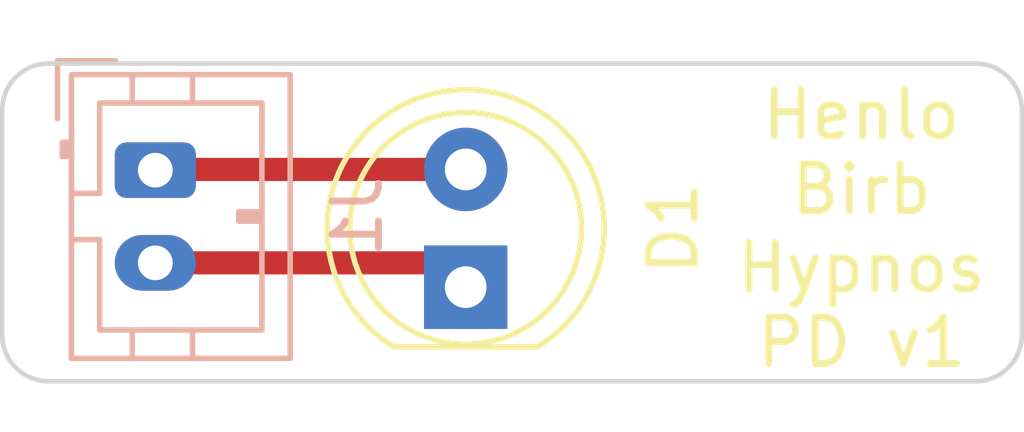
<source format=kicad_pcb>
(kicad_pcb (version 20221018) (generator pcbnew)
  (layers (0 "F.Cu" signal) (31 "B.Cu" signal) (34 "B.Paste" user) (35 "F.Paste" user) (36 "B.SilkS" user "B.Silkscreen") (37 "F.SilkS" user "F.Silkscreen") (38 "B.Mask" user) (39 "F.Mask" user) (44 "Edge.Cuts" user))
  (net 0 "")
  (net 1 "Net-(D1-K)")
  (net 2 "Net-(D1-A)")
  (footprint "LED_THT:LED_D5.0mm_Clear" (layer "F.Cu") (at 86.2 52.578 90)
    (fp_text reference "D1" (at 1.27 4.478 90) (layer "F.SilkS"))
    (fp_text value "D_Photo")
    (fp_line (start -1.29 -1.545) (end -1.29 1.545) (stroke (width 0.12)) (layer "F.SilkS"))
    (fp_arc (start -1.29 -1.54483) (mid 2.072002 -2.880433) (end 4.26 0.000462) (stroke (width 0.12)) (layer "F.SilkS"))
    (fp_arc (start 4.26 -0.000462) (mid 2.072002 2.880433) (end -1.29 1.54483) (stroke (width 0.12)) (layer "F.SilkS"))
    (fp_circle (center 1.27 0) (end 3.77 0) (stroke (width 0.12)) (fill none) (layer "F.SilkS"))
    (pad "1" thru_hole rect (at 0 0 90) (size 1.8 1.8) (drill 0.9) (layers "*.Cu" "*.Mask") (net 1 "Net-(D1-K)"))
    (pad "2" thru_hole circle (at 2.54 0 90) (size 1.8 1.8) (drill 0.9) (layers "*.Cu" "*.Mask") (net 2 "Net-(D1-A)"))
  )
  (footprint "Connector_JST:JST_PH_B2B-PH-K_1x02_P2.00mm_Vertical" (layer "B.Cu") (at 79.502 50.054 -90)
    (fp_text reference "J1" (at 1 -4.36 90) (layer "B.SilkS") (effects (justify mirror)))
    (fp_text value "Conn_01x02")
    (fp_line (start -2.36 2.11) (end -2.36 0.86) (stroke (width 0.12)) (layer "B.SilkS"))
    (fp_line (start -2.06 -2.91) (end 4.06 -2.91) (stroke (width 0.12)) (layer "B.SilkS"))
    (fp_line (start -2.06 -0.8) (end -1.45 -0.8) (stroke (width 0.12)) (layer "B.SilkS"))
    (fp_line (start -2.06 0.5) (end -1.45 0.5) (stroke (width 0.12)) (layer "B.SilkS"))
    (fp_line (start -2.06 1.81) (end -2.06 -2.91) (stroke (width 0.12)) (layer "B.SilkS"))
    (fp_line (start -1.45 -2.3) (end 3.45 -2.3) (stroke (width 0.12)) (layer "B.SilkS"))
    (fp_line (start -1.45 1.2) (end -1.45 -2.3) (stroke (width 0.12)) (layer "B.SilkS"))
    (fp_line (start -1.11 2.11) (end -2.36 2.11) (stroke (width 0.12)) (layer "B.SilkS"))
    (fp_line (start -0.6 2.01) (end -0.6 1.81) (stroke (width 0.12)) (layer "B.SilkS"))
    (fp_line (start -0.3 1.81) (end -0.3 2.01) (stroke (width 0.12)) (layer "B.SilkS"))
    (fp_line (start -0.3 1.91) (end -0.6 1.91) (stroke (width 0.12)) (layer "B.SilkS"))
    (fp_line (start -0.3 2.01) (end -0.6 2.01) (stroke (width 0.12)) (layer "B.SilkS"))
    (fp_line (start 0.5 1.2) (end -1.45 1.2) (stroke (width 0.12)) (layer "B.SilkS"))
    (fp_line (start 0.5 1.81) (end 0.5 1.2) (stroke (width 0.12)) (layer "B.SilkS"))
    (fp_line (start 0.9 -2.3) (end 0.9 -1.8) (stroke (width 0.12)) (layer "B.SilkS"))
    (fp_line (start 0.9 -1.8) (end 1.1 -1.8) (stroke (width 0.12)) (layer "B.SilkS"))
    (fp_line (start 1 -2.3) (end 1 -1.8) (stroke (width 0.12)) (layer "B.SilkS"))
    (fp_line (start 1.1 -1.8) (end 1.1 -2.3) (stroke (width 0.12)) (layer "B.SilkS"))
    (fp_line (start 1.5 1.2) (end 1.5 1.81) (stroke (width 0.12)) (layer "B.SilkS"))
    (fp_line (start 3.45 -2.3) (end 3.45 1.2) (stroke (width 0.12)) (layer "B.SilkS"))
    (fp_line (start 3.45 1.2) (end 1.5 1.2) (stroke (width 0.12)) (layer "B.SilkS"))
    (fp_line (start 4.06 -2.91) (end 4.06 1.81) (stroke (width 0.12)) (layer "B.SilkS"))
    (fp_line (start 4.06 -0.8) (end 3.45 -0.8) (stroke (width 0.12)) (layer "B.SilkS"))
    (fp_line (start 4.06 0.5) (end 3.45 0.5) (stroke (width 0.12)) (layer "B.SilkS"))
    (fp_line (start 4.06 1.81) (end -2.06 1.81) (stroke (width 0.12)) (layer "B.SilkS"))
    (pad "1" thru_hole roundrect (at 0 0 270) (size 1.2 1.75) (drill 0.75) (layers "*.Cu" "*.Mask") (roundrect_rratio 0.2083333333) (net 2 "Net-(D1-A)"))
    (pad "2" thru_hole oval (at 2 0 270) (size 1.2 1.75) (drill 0.75) (layers "*.Cu" "*.Mask") (net 1 "Net-(D1-K)"))
  )
  (gr_line (start 98.2 48.752) (end 98.2 53.61) (stroke (width 0.1)) (layer "Edge.Cuts"))
  (gr_arc (start 98.2 53.61) (mid 97.907107 54.317107) (end 97.2 54.61) (stroke (width 0.1)) (layer "Edge.Cuts"))
  (gr_arc (start 97.2 47.752) (mid 97.907107 48.044893) (end 98.2 48.752) (stroke (width 0.1)) (layer "Edge.Cuts"))
  (gr_line (start 76.2 53.61) (end 76.2 48.752) (stroke (width 0.1)) (layer "Edge.Cuts"))
  (gr_line (start 97.2 54.61) (end 77.2 54.61) (stroke (width 0.1)) (layer "Edge.Cuts"))
  (gr_line (start 77.2 47.752) (end 97.2 47.752) (stroke (width 0.1)) (layer "Edge.Cuts"))
  (gr_arc (start 76.2 48.752) (mid 76.492893 48.044893) (end 77.2 47.752) (stroke (width 0.1)) (layer "Edge.Cuts"))
  (gr_arc (start 77.2 54.61) (mid 76.492893 54.317107) (end 76.2 53.61) (stroke (width 0.1)) (layer "Edge.Cuts"))
  (gr_text "Hypnos\nPD v1" (at 94.742 54.356) (layer "F.SilkS") (effects (font (size 1 1)) (justify bottom)))
  (gr_text "Henlo\nBirb" (at 94.742 51.054) (layer "F.SilkS") (effects (font (size 1 1)) (justify bottom)))
  (segment (start 86.493645 51.949645) (end 86.868 52.324) (width 0.25) (layer "F.Cu") (net 1))
  (segment (start 79.502 52.054) (end 85.676 52.054) (width 0.5) (layer "F.Cu") (net 1))
  (segment (start 85.676 52.054) (end 86.2 52.578) (width 0.25) (layer "F.Cu") (net 1))
  (segment (start 79.222 50.038) (end 79.206 50.054) (width 0.25) (layer "F.Cu") (net 2))
  (segment (start 79.502 50.054) (end 79.518 50.038) (width 0.25) (layer "F.Cu") (net 2))
  (segment (start 79.518 50.038) (end 86.2 50.038) (width 0.5) (layer "F.Cu") (net 2))
)
</source>
